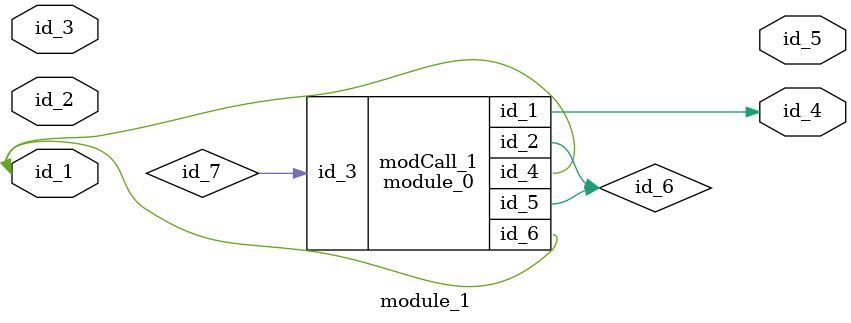
<source format=v>
module module_0 (
    id_1,
    id_2,
    id_3,
    id_4,
    id_5,
    id_6
);
  output wire id_6;
  inout wire id_5;
  output wire id_4;
  input wire id_3;
  output wire id_2;
  output wire id_1;
endmodule
module module_1 (
    id_1,
    id_2,
    id_3,
    id_4,
    id_5
);
  output wire id_5;
  output wire id_4;
  input wire id_3;
  inout wire id_2;
  inout wire id_1;
  wire id_6;
  wire id_7;
  module_0 modCall_1 (
      id_4,
      id_6,
      id_7,
      id_1,
      id_6,
      id_1
  );
  always @(1 or id_1) #1;
endmodule

</source>
